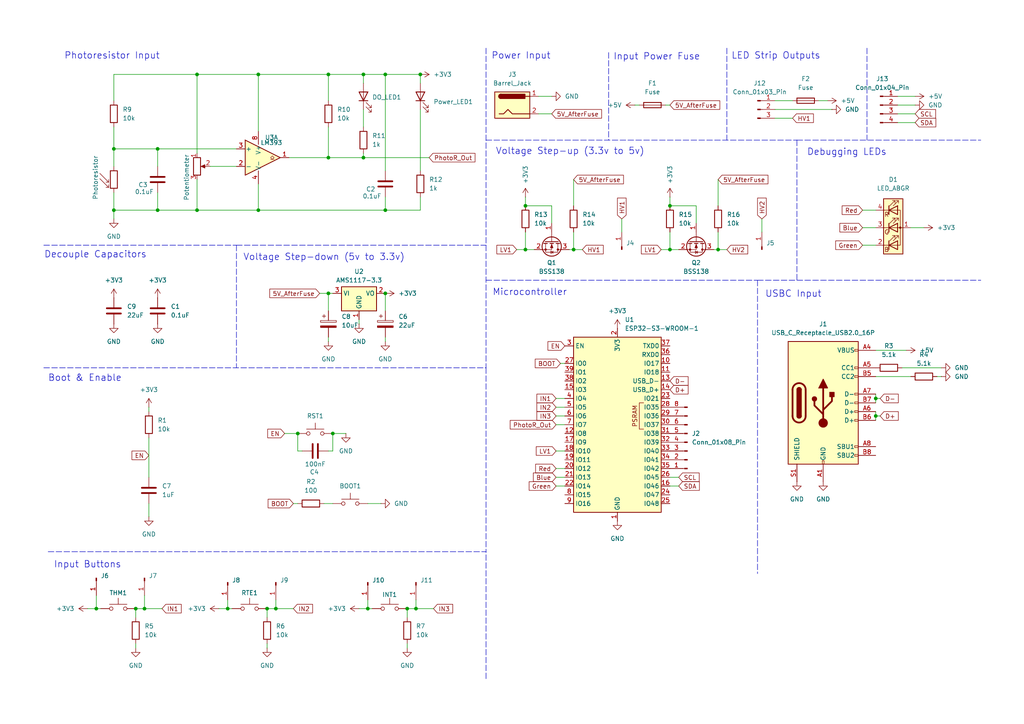
<source format=kicad_sch>
(kicad_sch (version 20250114) (generator "eeschema") (generator_version "9.0")
  (paper "A4")
  (title_block (title "Champaign Bus Tracker PCB") (date "2025-10-02") (rev "0") (company "University of Illinois Urbana-Champaign") (comment 1 "Amber Wilt") (comment 2 "Daniel Vlassov") (comment 3 "Ziad Aldohaim") (comment 4 "2025 Senior Design Project - PCB"))
  (lib_symbols
    (symbol "Comparator:LM393" (pin_names (offset 0.127))
      (property "Reference" "U" (at 3.81 3.81 0))
      (property "Value" "LM393" (at 6.35 -3.81 0))
      (symbol "LM393_1_1"
        (pin input line (at -7.62 2.54 0) (length 2.54) (name "+") (number "3"))
        (pin input line (at -7.62 -2.54 0) (length 2.54) (name "-") (number "2"))
        (pin open_collector line (at 7.62 0 180) (length 2.54) (name "~") (number "1"))
      )
      (symbol "LM393_2_1"
        (pin input line (at -7.62 2.54 0) (length 2.54) (name "+") (number "5"))
        (pin input line (at -7.62 -2.54 0) (length 2.54) (name "-") (number "6"))
        (pin open_collector line (at 7.62 0 180) (length 2.54) (name "~") (number "7"))
      )
      (symbol "LM393_3_1"
        (pin power_in line (at -2.54 7.62 270) (length 3.81) (name "V+") (number "8"))
        (pin power_in line (at -2.54 -7.62 90) (length 3.81) (name "V-") (number "4"))
      )
    )
    (symbol "Connector:Barrel_Jack" (pin_names (offset 1.016))
      (property "Reference" "J" (at 0 5.334 0))
      (property "Value" "Barrel_Jack" (at 0 -5.08 0))
      (symbol "Barrel_Jack_1_1"
        (pin passive line (at 7.62 2.54 180) (length 2.54) (name "~") (number "1"))
        (pin passive line (at 7.62 -2.54 180) (length 2.54) (name "~") (number "2"))
      )
    )
    (symbol "Connector:Conn_01x01_Pin" (pin_names (offset 1.016) (hide yes))
      (property "Reference" "J" (at 0 2.54 0))
      (property "Value" "Conn_01x01_Pin" (at 0 -2.54 0))
      (symbol "Conn_01x01_Pin_1_1"
        (pin passive line (at 5.08 0 180) (length 3.81) (name "Pin_1") (number "1"))
      )
    )
    (symbol "Connector:Conn_01x03_Pin" (pin_names (offset 1.016) (hide yes))
      (property "Reference" "J" (at 0 5.08 0))
      (property "Value" "Conn_01x03_Pin" (at 0 -5.08 0))
      (symbol "Conn_01x03_Pin_1_1"
        (pin passive line (at 5.08 2.54 180) (length 3.81) (name "Pin_1") (number "1"))
        (pin passive line (at 5.08 0 180) (length 3.81) (name "Pin_2") (number "2"))
        (pin passive line (at 5.08 -2.54 180) (length 3.81) (name "Pin_3") (number "3"))
      )
    )
    (symbol "Connector:Conn_01x04_Pin" (pin_names (offset 1.016) (hide yes))
      (property "Reference" "J" (at 0 5.08 0))
      (property "Value" "Conn_01x04_Pin" (at 0 -7.62 0))
      (symbol "Conn_01x04_Pin_1_1"
        (pin passive line (at 5.08 2.54 180) (length 3.81) (name "Pin_1") (number "1"))
        (pin passive line (at 5.08 0 180) (length 3.81) (name "Pin_2") (number "2"))
        (pin passive line (at 5.08 -2.54 180) (length 3.81) (name "Pin_3") (number "3"))
        (pin passive line (at 5.08 -5.08 180) (length 3.81) (name "Pin_4") (number "4"))
      )
    )
    (symbol "Connector:Conn_01x08_Pin" (pin_names (offset 1.016) (hide yes))
      (property "Reference" "J" (at 0 10.16 0))
      (property "Value" "Conn_01x08_Pin" (at 0 -12.7 0))
      (symbol "Conn_01x08_Pin_1_1"
        (pin passive line (at 5.08 7.62 180) (length 3.81) (name "Pin_1") (number "1"))
        (pin passive line (at 5.08 5.08 180) (length 3.81) (name "Pin_2") (number "2"))
        (pin passive line (at 5.08 2.54 180) (length 3.81) (name "Pin_3") (number "3"))
        (pin passive line (at 5.08 0 180) (length 3.81) (name "Pin_4") (number "4"))
        (pin passive line (at 5.08 -2.54 180) (length 3.81) (name "Pin_5") (number "5"))
        (pin passive line (at 5.08 -5.08 180) (length 3.81) (name "Pin_6") (number "6"))
        (pin passive line (at 5.08 -7.62 180) (length 3.81) (name "Pin_7") (number "7"))
        (pin passive line (at 5.08 -10.16 180) (length 3.81) (name "Pin_8") (number "8"))
      )
    )
    (symbol "Connector:USB_C_Receptacle_USB2.0_16P" (pin_names (offset 1.016))
      (property "Reference" "J" (at 0 22.225 0))
      (property "Value" "USB_C_Receptacle_USB2.0_16P" (at 0 19.685 0))
      (symbol "USB_C_Receptacle_USB2.0_16P_1_1"
        (pin passive line (at -7.62 -22.86 90) (length 5.08) (name "SHIELD") (number "S1"))
        (pin passive line (at 0 -22.86 90) (length 5.08) (name "GND") (number "A1"))
        (pin passive line (at 0 -22.86 90) (length 5.08) (hide yes) (name "GND") (number "A12"))
        (pin passive line (at 0 -22.86 90) (length 5.08) (hide yes) (name "GND") (number "B1"))
        (pin passive line (at 0 -22.86 90) (length 5.08) (hide yes) (name "GND") (number "B12"))
        (pin passive line (at 15.24 15.24 180) (length 5.08) (name "VBUS") (number "A4"))
        (pin passive line (at 15.24 15.24 180) (length 5.08) (hide yes) (name "VBUS") (number "A9"))
        (pin passive line (at 15.24 15.24 180) (length 5.08) (hide yes) (name "VBUS") (number "B4"))
        (pin passive line (at 15.24 15.24 180) (length 5.08) (hide yes) (name "VBUS") (number "B9"))
        (pin bidirectional line (at 15.24 10.16 180) (length 5.08) (name "CC1") (number "A5"))
        (pin bidirectional line (at 15.24 7.62 180) (length 5.08) (name "CC2") (number "B5"))
        (pin bidirectional line (at 15.24 2.54 180) (length 5.08) (name "D-") (number "A7"))
        (pin bidirectional line (at 15.24 0 180) (length 5.08) (name "D-") (number "B7"))
        (pin bidirectional line (at 15.24 -2.54 180) (length 5.08) (name "D+") (number "A6"))
        (pin bidirectional line (at 15.24 -5.08 180) (length 5.08) (name "D+") (number "B6"))
        (pin bidirectional line (at 15.24 -12.7 180) (length 5.08) (name "SBU1") (number "A8"))
        (pin bidirectional line (at 15.24 -15.24 180) (length 5.08) (name "SBU2") (number "B8"))
      )
    )
    (symbol "Device:C" (pin_numbers (hide yes)) (pin_names (offset 0.254))
      (property "Reference" "C" (at 0.635 2.54 0))
      (property "Value" "C" (at 0.635 -2.54 0))
      (symbol "C_1_1"
        (pin passive line (at 0 3.81 270) (length 2.794) (name "~") (number "1"))
        (pin passive line (at 0 -3.81 90) (length 2.794) (name "~") (number "2"))
      )
    )
    (symbol "Device:C_Polarized" (pin_numbers (hide yes)) (pin_names (offset 0.254))
      (property "Reference" "C" (at 0.635 2.54 0))
      (property "Value" "C_Polarized" (at 0.635 -2.54 0))
      (symbol "C_Polarized_1_1"
        (pin passive line (at 0 3.81 270) (length 2.794) (name "~") (number "1"))
        (pin passive line (at 0 -3.81 90) (length 2.794) (name "~") (number "2"))
      )
    )
    (symbol "Device:Fuse" (pin_numbers (hide yes)) (pin_names (offset 0))
      (property "Reference" "F" (at 2.032 0 90))
      (property "Value" "Fuse" (at -1.905 0 90))
      (symbol "Fuse_1_1"
        (pin passive line (at 0 3.81 270) (length 1.27) (name "~") (number "1"))
        (pin passive line (at 0 -3.81 90) (length 1.27) (name "~") (number "2"))
      )
    )
    (symbol "Device:LED" (pin_numbers (hide yes)) (pin_names (offset 1.016) (hide yes))
      (property "Reference" "D" (at 0 2.54 0))
      (property "Value" "LED" (at 0 -2.54 0))
      (symbol "LED_1_1"
        (pin passive line (at -3.81 0 0) (length 2.54) (name "K") (number "1"))
        (pin passive line (at 3.81 0 180) (length 2.54) (name "A") (number "2"))
      )
    )
    (symbol "Device:LED_ABGR" (pin_names (offset 0) (hide yes))
      (property "Reference" "D" (at 0 9.398 0))
      (property "Value" "LED_ABGR" (at 0 -8.89 0))
      (symbol "LED_ABGR_0_0"
        (text "R" (at -1.905 3.81 0) (effects (font (size 1.27 1.27))))
        (text "G" (at -1.905 -1.27 0) (effects (font (size 1.27 1.27))))
        (text "B" (at -1.905 -6.35 0) (effects (font (size 1.27 1.27))))
      )
      (symbol "LED_ABGR_1_1"
        (pin passive line (at -5.08 5.08 0) (length 2.54) (name "RK") (number "4"))
        (pin passive line (at -5.08 0 0) (length 2.54) (name "GK") (number "3"))
        (pin passive line (at -5.08 -5.08 0) (length 2.54) (name "BK") (number "2"))
        (pin passive line (at 5.08 0 180) (length 2.54) (name "A") (number "1"))
      )
    )
    (symbol "Device:R" (pin_numbers (hide yes)) (pin_names (offset 0))
      (property "Reference" "R" (at 2.032 0 90))
      (property "Value" "R" (at 0 0 90))
      (symbol "R_1_1"
        (pin passive line (at 0 3.81 270) (length 1.27) (name "~") (number "1"))
        (pin passive line (at 0 -3.81 90) (length 1.27) (name "~") (number "2"))
      )
    )
    (symbol "Device:R_Photo" (pin_numbers (hide yes)) (pin_names (offset 0))
      (property "Reference" "R" (at 1.27 1.27 0))
      (property "Value" "R_Photo" (at 1.27 0 0))
      (symbol "R_Photo_1_1"
        (pin passive line (at 0 3.81 270) (length 1.27) (name "~") (number "1"))
        (pin passive line (at 0 -3.81 90) (length 1.27) (name "~") (number "2"))
      )
    )
    (symbol "Device:R_Potentiometer" (pin_names (offset 1.016) (hide yes))
      (property "Reference" "RV" (at -4.445 0 90))
      (property "Value" "R_Potentiometer" (at -2.54 0 90))
      (symbol "R_Potentiometer_1_1"
        (pin passive line (at 0 3.81 270) (length 1.27) (name "1") (number "1"))
        (pin passive line (at 0 -3.81 90) (length 1.27) (name "3") (number "3"))
        (pin passive line (at 3.81 0 180) (length 1.27) (name "2") (number "2"))
      )
    )
    (symbol "RF_Module:ESP32-S3-WROOM-1"
      (property "Reference" "U" (at -12.7 26.67 0))
      (property "Value" "ESP32-S3-WROOM-1" (at 12.7 26.67 0))
      (symbol "ESP32-S3-WROOM-1_0_0"
        (text "PSRAM" (at 5.08 2.54 900) (effects (font (size 1.27 1.27))))
      )
      (symbol "ESP32-S3-WROOM-1_1_1"
        (pin input line (at -15.24 22.86 0) (length 2.54) (name "EN") (number "3"))
        (pin bidirectional line (at -15.24 17.78 0) (length 2.54) (name "IO0") (number "27"))
        (pin bidirectional line (at -15.24 15.24 0) (length 2.54) (name "IO1") (number "39"))
        (pin bidirectional line (at -15.24 12.7 0) (length 2.54) (name "IO2") (number "38"))
        (pin bidirectional line (at -15.24 10.16 0) (length 2.54) (name "IO3") (number "15"))
        (pin bidirectional line (at -15.24 7.62 0) (length 2.54) (name "IO4") (number "4"))
        (pin bidirectional line (at -15.24 5.08 0) (length 2.54) (name "IO5") (number "5"))
        (pin bidirectional line (at -15.24 2.54 0) (length 2.54) (name "IO6") (number "6"))
        (pin bidirectional line (at -15.24 0 0) (length 2.54) (name "IO7") (number "7"))
        (pin bidirectional line (at -15.24 -2.54 0) (length 2.54) (name "IO8") (number "12"))
        (pin bidirectional line (at -15.24 -5.08 0) (length 2.54) (name "IO9") (number "17"))
        (pin bidirectional line (at -15.24 -7.62 0) (length 2.54) (name "IO10") (number "18"))
        (pin bidirectional line (at -15.24 -10.16 0) (length 2.54) (name "IO11") (number "19"))
        (pin bidirectional line (at -15.24 -12.7 0) (length 2.54) (name "IO12") (number "20"))
        (pin bidirectional line (at -15.24 -15.24 0) (length 2.54) (name "IO13") (number "21"))
        (pin bidirectional line (at -15.24 -17.78 0) (length 2.54) (name "IO14") (number "22"))
        (pin bidirectional line (at -15.24 -20.32 0) (length 2.54) (name "IO15") (number "8"))
        (pin bidirectional line (at -15.24 -22.86 0) (length 2.54) (name "IO16") (number "9"))
        (pin power_in line (at 0 27.94 270) (length 2.54) (name "3V3") (number "2"))
        (pin power_in line (at 0 -27.94 90) (length 2.54) (name "GND") (number "1"))
        (pin passive line (at 0 -27.94 90) (length 2.54) (hide yes) (name "GND") (number "40"))
        (pin passive line (at 0 -27.94 90) (length 2.54) (hide yes) (name "GND") (number "41"))
        (pin bidirectional line (at 15.24 22.86 180) (length 2.54) (name "TXD0") (number "37"))
        (pin bidirectional line (at 15.24 20.32 180) (length 2.54) (name "RXD0") (number "36"))
        (pin bidirectional line (at 15.24 17.78 180) (length 2.54) (name "IO17") (number "10"))
        (pin bidirectional line (at 15.24 15.24 180) (length 2.54) (name "IO18") (number "11"))
        (pin bidirectional line (at 15.24 12.7 180) (length 2.54) (name "USB_D-") (number "13"))
        (pin bidirectional line (at 15.24 10.16 180) (length 2.54) (name "USB_D+") (number "14"))
        (pin bidirectional line (at 15.24 7.62 180) (length 2.54) (name "IO21") (number "23"))
        (pin bidirectional line (at 15.24 5.08 180) (length 2.54) (name "IO35") (number "28"))
        (pin bidirectional line (at 15.24 2.54 180) (length 2.54) (name "IO36") (number "29"))
        (pin bidirectional line (at 15.24 0 180) (length 2.54) (name "IO37") (number "30"))
        (pin bidirectional line (at 15.24 -2.54 180) (length 2.54) (name "IO38") (number "31"))
        (pin bidirectional line (at 15.24 -5.08 180) (length 2.54) (name "IO39") (number "32"))
        (pin bidirectional line (at 15.24 -7.62 180) (length 2.54) (name "IO40") (number "33"))
        (pin bidirectional line (at 15.24 -10.16 180) (length 2.54) (name "IO41") (number "34"))
        (pin bidirectional line (at 15.24 -12.7 180) (length 2.54) (name "IO42") (number "35"))
        (pin bidirectional line (at 15.24 -15.24 180) (length 2.54) (name "IO45") (number "26"))
        (pin bidirectional line (at 15.24 -17.78 180) (length 2.54) (name "IO46") (number "16"))
        (pin bidirectional line (at 15.24 -20.32 180) (length 2.54) (name "IO47") (number "24"))
        (pin bidirectional line (at 15.24 -22.86 180) (length 2.54) (name "IO48") (number "25"))
      )
    )
    (symbol "Regulator_Linear:AMS1117-3.3"
      (property "Reference" "U" (at -3.81 3.175 0))
      (property "Value" "AMS1117-3.3" (at 0 3.175 0))
      (symbol "AMS1117-3.3_1_1"
        (pin power_in line (at -7.62 0 0) (length 2.54) (name "VI") (number "3"))
        (pin power_in line (at 0 -7.62 90) (length 2.54) (name "GND") (number "1"))
        (pin power_out line (at 7.62 0 180) (length 2.54) (name "VO") (number "2"))
      )
    )
    (symbol "Switch:SW_Push" (pin_numbers (hide yes)) (pin_names (offset 1.016) (hide yes))
      (property "Reference" "SW" (at 1.27 2.54 0))
      (property "Value" "SW_Push" (at 0 -1.524 0))
      (symbol "SW_Push_0_1"
        (pin passive line (at -5.08 0 0) (length 2.54) (name "1") (number "1"))
        (pin passive line (at 5.08 0 180) (length 2.54) (name "2") (number "2"))
      )
    )
    (symbol "Transistor_FET:BSS138" (pin_names (offset 0) (hide yes))
      (property "Reference" "Q" (at 5.08 1.905 0))
      (property "Value" "BSS138" (at 5.08 0 0))
      (symbol "BSS138_1_1"
        (pin input line (at -5.08 0 0) (length 2.54) (name "G") (number "1"))
        (pin passive line (at 2.54 5.08 270) (length 2.54) (name "D") (number "3"))
        (pin passive line (at 2.54 -5.08 90) (length 2.54) (name "S") (number "2"))
      )
    )
    (symbol "power:+3V3" (power) (pin_numbers (hide yes)) (pin_names (offset 0) (hide yes))
      (property "Value" "+3V3" (at 0 3.556 0))
      (symbol "+3V3_1_1"
        (pin power_in line (at 0 0 90) (length 0) (name "~") (number "1"))
      )
    )
    (symbol "power:+5V" (power) (pin_numbers (hide yes)) (pin_names (offset 0) (hide yes))
      (property "Value" "+5V" (at 0 3.556 0))
      (symbol "+5V_1_1"
        (pin power_in line (at 0 0 90) (length 0) (name "~") (number "1"))
      )
    )
    (symbol "power:GND" (power) (pin_numbers (hide yes)) (pin_names (offset 0) (hide yes))
      (property "Value" "GND" (at 0 -3.81 0))
      (symbol "GND_1_1"
        (pin power_in line (at 0 0 270) (length 0) (name "~") (number "1"))
      )
    )
  )
  (text "Microcontroller\n" (at 153.67 84.836 0) (effects (font (size 1.905 1.905))))
  (text "Input Power Fuse" (at 190.5 16.51 0) (effects (font (size 1.905 1.905))))
  (text "Input Buttons\n" (at 25.4 163.83 0) (effects (font (size 1.905 1.905))))
  (text "Debugging LEDs\n" (at 245.618 44.196 0) (effects (font (size 1.905 1.905))))
  (text "Power Input\n" (at 151.13 16.256 0) (effects (font (size 1.905 1.905))))
  (text "Voltage Step-down (5v to 3.3v)\n" (at 93.98 74.676 0) (effects (font (size 1.905 1.905))))
  (text "Photoresistor Input\n" (at 32.512 16.256 0) (effects (font (size 1.905 1.905))))
  (text "USBC Input\n" (at 230.124 85.344 0) (effects (font (size 1.905 1.905))))
  (text "Decouple Capacitors\n" (at 27.686 73.914 0) (effects (font (size 1.905 1.905))))
  (text "Voltage Step-up (3.3v to 5v)\n" (at 165.354 43.942 0) (effects (font (size 1.905 1.905))))
  (text "Boot & Enable" (at 24.638 109.728 0) (effects (font (size 1.905 1.905))))
  (text "LED Strip Outputs" (at 225.044 16.256 0) (effects (font (size 1.905 1.905))))
  (junction (at 45.72 60.96))
  (junction (at 74.93 60.96))
  (junction (at 95.25 85.09))
  (junction (at 45.72 43.18))
  (junction (at 111.76 60.96))
  (junction (at 95.25 21.59))
  (junction (at 120.65 176.53))
  (junction (at 77.47 176.53))
  (junction (at 41.91 176.53))
  (junction (at 254 120.65))
  (junction (at 57.15 21.59))
  (junction (at 74.93 21.59))
  (junction (at 121.92 21.59))
  (junction (at 86.36 125.73))
  (junction (at 194.31 72.39))
  (junction (at 152.4 72.39))
  (junction (at 33.02 60.96))
  (junction (at 166.37 72.39))
  (junction (at 111.76 85.09))
  (junction (at 111.76 21.59))
  (junction (at 95.25 45.72))
  (junction (at 118.11 176.53))
  (junction (at 208.28 72.39))
  (junction (at 105.41 45.72))
  (junction (at 106.68 176.53))
  (junction (at 152.4 59.69))
  (junction (at 33.02 43.18))
  (junction (at 57.15 60.96))
  (junction (at 39.37 176.53))
  (junction (at 105.41 21.59))
  (junction (at 66.04 176.53))
  (junction (at 254 115.57))
  (junction (at 96.52 125.73))
  (junction (at 194.31 59.69))
  (junction (at 80.01 176.53))
  (junction (at 27.94 176.53))
  (wire (pts (xy 121.92 24.13) (xy 121.92 21.59)))
  (wire (pts (xy 80.01 176.53) (xy 85.09 176.53)))
  (wire (pts (xy 66.04 173.99) (xy 66.04 176.53)))
  (wire (pts (xy 254 109.22) (xy 264.16 109.22)))
  (wire (pts (xy 184.15 30.48) (xy 185.42 30.48)))
  (wire (pts (xy 57.15 52.07) (xy 57.15 60.96)))
  (wire (pts (xy 27.94 172.72) (xy 27.94 176.53)))
  (wire (pts (xy 86.36 130.81) (xy 87.63 130.81)))
  (polyline (pts (xy 140.97 196.85) (xy 140.97 160.02)) (stroke (width 0) (type dash)))
  (wire (pts (xy 39.37 176.53) (xy 39.37 179.07)))
  (wire (pts (xy 271.78 109.22) (xy 273.05 109.22)))
  (wire (pts (xy 208.28 52.07) (xy 208.28 59.69)))
  (wire (pts (xy 254 115.57) (xy 255.27 115.57)))
  (wire (pts (xy 77.47 176.53) (xy 80.01 176.53)))
  (wire (pts (xy 194.31 140.97) (xy 196.85 140.97)))
  (wire (pts (xy 74.93 60.96) (xy 57.15 60.96)))
  (polyline (pts (xy 231.14 40.64) (xy 231.14 81.28)) (stroke (width 0) (type dash)))
  (wire (pts (xy 41.91 172.72) (xy 41.91 176.53)))
  (wire (pts (xy 43.18 146.05) (xy 43.18 149.86)))
  (wire (pts (xy 260.35 33.02) (xy 265.43 33.02)))
  (wire (pts (xy 193.04 30.48) (xy 194.31 30.48)))
  (polyline (pts (xy 140.97 40.64) (xy 231.14 40.64)) (stroke (width 0) (type dash)))
  (wire (pts (xy 105.41 21.59) (xy 95.25 21.59)))
  (wire (pts (xy 33.02 43.18) (xy 45.72 43.18)))
  (wire (pts (xy 66.04 176.53) (xy 67.31 176.53)))
  (wire (pts (xy 33.02 60.96) (xy 33.02 63.5)))
  (wire (pts (xy 33.02 43.18) (xy 33.02 48.26)))
  (wire (pts (xy 95.25 45.72) (xy 105.41 45.72)))
  (wire (pts (xy 106.68 173.99) (xy 106.68 176.53)))
  (wire (pts (xy 261.62 106.68) (xy 273.05 106.68)))
  (polyline (pts (xy 251.46 13.97) (xy 251.46 40.64)) (stroke (width 0) (type dash)))
  (wire (pts (xy 104.14 176.53) (xy 106.68 176.53)))
  (wire (pts (xy 161.29 135.89) (xy 163.83 135.89)))
  (wire (pts (xy 162.56 105.41) (xy 163.83 105.41)))
  (wire (pts (xy 95.25 130.81) (xy 96.52 130.81)))
  (wire (pts (xy 237.49 29.21) (xy 240.03 29.21)))
  (wire (pts (xy 60.96 48.26) (xy 68.58 48.26)))
  (polyline (pts (xy 219.71 81.28) (xy 284.48 81.28)) (stroke (width 0) (type dash)))
  (wire (pts (xy 156.21 33.02) (xy 160.02 33.02)))
  (wire (pts (xy 254 119.38) (xy 254 120.65)))
  (wire (pts (xy 74.93 21.59) (xy 74.93 38.1)))
  (wire (pts (xy 254 120.65) (xy 254 121.92)))
  (wire (pts (xy 166.37 52.07) (xy 166.37 59.69)))
  (wire (pts (xy 45.72 55.88) (xy 45.72 60.96)))
  (wire (pts (xy 254 114.3) (xy 254 115.57)))
  (wire (pts (xy 254 101.6) (xy 262.89 101.6)))
  (wire (pts (xy 95.25 45.72) (xy 95.25 36.83)))
  (wire (pts (xy 82.55 125.73) (xy 86.36 125.73)))
  (wire (pts (xy 264.16 66.04) (xy 267.97 66.04)))
  (wire (pts (xy 33.02 21.59) (xy 57.15 21.59)))
  (wire (pts (xy 41.91 176.53) (xy 46.99 176.53)))
  (wire (pts (xy 96.52 125.73) (xy 100.33 125.73)))
  (wire (pts (xy 161.29 140.97) (xy 163.83 140.97)))
  (wire (pts (xy 120.65 173.99) (xy 120.65 176.53)))
  (wire (pts (xy 180.34 63.5) (xy 180.34 67.31)))
  (wire (pts (xy 260.35 35.56) (xy 265.43 35.56)))
  (wire (pts (xy 194.31 67.31) (xy 194.31 72.39)))
  (wire (pts (xy 201.93 64.77) (xy 201.93 59.69)))
  (wire (pts (xy 250.19 66.04) (xy 254 66.04)))
  (polyline (pts (xy 140.97 81.28) (xy 219.71 81.28)) (stroke (width 0) (type dash)))
  (wire (pts (xy 254 115.57) (xy 254 116.84)))
  (wire (pts (xy 57.15 21.59) (xy 74.93 21.59)))
  (wire (pts (xy 160.02 64.77) (xy 160.02 59.69)))
  (polyline (pts (xy 12.7 106.68) (xy 140.97 106.68)) (stroke (width 0) (type dash)))
  (wire (pts (xy 92.71 85.09) (xy 95.25 85.09)))
  (wire (pts (xy 152.4 72.39) (xy 154.94 72.39)))
  (wire (pts (xy 250.19 60.96) (xy 254 60.96)))
  (wire (pts (xy 118.11 176.53) (xy 120.65 176.53)))
  (wire (pts (xy 57.15 21.59) (xy 57.15 44.45)))
  (wire (pts (xy 105.41 24.13) (xy 105.41 21.59)))
  (polyline (pts (xy 140.97 106.68) (xy 140.97 160.02)) (stroke (width 0) (type dash)))
  (wire (pts (xy 220.98 63.5) (xy 220.98 67.31)))
  (wire (pts (xy 77.47 176.53) (xy 77.47 179.07)))
  (wire (pts (xy 111.76 60.96) (xy 121.92 60.96)))
  (wire (pts (xy 152.4 57.15) (xy 152.4 59.69)))
  (polyline (pts (xy 12.7 71.12) (xy 68.58 71.12)) (stroke (width 0) (type dash)))
  (polyline (pts (xy 140.97 71.12) (xy 140.97 106.68)) (stroke (width 0) (type dash)))
  (wire (pts (xy 111.76 21.59) (xy 121.92 21.59)))
  (wire (pts (xy 201.93 59.69) (xy 194.31 59.69)))
  (wire (pts (xy 161.29 115.57) (xy 163.83 115.57)))
  (polyline (pts (xy 68.58 71.12) (xy 68.58 106.68)) (stroke (width 0) (type dash)))
  (wire (pts (xy 39.37 176.53) (xy 41.91 176.53)))
  (wire (pts (xy 224.79 34.29) (xy 229.87 34.29)))
  (wire (pts (xy 166.37 67.31) (xy 166.37 72.39)))
  (wire (pts (xy 85.09 146.05) (xy 86.36 146.05)))
  (wire (pts (xy 33.02 36.83) (xy 33.02 43.18)))
  (wire (pts (xy 161.29 130.81) (xy 163.83 130.81)))
  (wire (pts (xy 194.31 138.43) (xy 196.85 138.43)))
  (wire (pts (xy 95.25 85.09) (xy 95.25 90.17)))
  (wire (pts (xy 161.29 123.19) (xy 163.83 123.19)))
  (wire (pts (xy 161.29 138.43) (xy 163.83 138.43)))
  (wire (pts (xy 208.28 72.39) (xy 207.01 72.39)))
  (wire (pts (xy 166.37 72.39) (xy 165.1 72.39)))
  (wire (pts (xy 80.01 173.99) (xy 80.01 176.53)))
  (wire (pts (xy 194.31 72.39) (xy 196.85 72.39)))
  (wire (pts (xy 260.35 30.48) (xy 265.43 30.48)))
  (wire (pts (xy 33.02 60.96) (xy 45.72 60.96)))
  (polyline (pts (xy 176.53 15.24) (xy 176.53 40.64)) (stroke (width 0) (type dash)))
  (wire (pts (xy 95.25 97.79) (xy 95.25 99.06)))
  (wire (pts (xy 45.72 43.18) (xy 68.58 43.18)))
  (wire (pts (xy 224.79 31.75) (xy 241.3 31.75)))
  (wire (pts (xy 224.79 29.21) (xy 229.87 29.21)))
  (wire (pts (xy 120.65 176.53) (xy 125.73 176.53)))
  (wire (pts (xy 86.36 125.73) (xy 86.36 130.81)))
  (wire (pts (xy 105.41 21.59) (xy 111.76 21.59)))
  (wire (pts (xy 152.4 67.31) (xy 152.4 72.39)))
  (wire (pts (xy 43.18 127) (xy 43.18 138.43)))
  (wire (pts (xy 111.76 90.17) (xy 111.76 85.09)))
  (wire (pts (xy 121.92 57.15) (xy 121.92 60.96)))
  (wire (pts (xy 111.76 57.15) (xy 111.76 60.96)))
  (wire (pts (xy 45.72 60.96) (xy 57.15 60.96)))
  (wire (pts (xy 161.29 120.65) (xy 163.83 120.65)))
  (wire (pts (xy 27.94 176.53) (xy 29.21 176.53)))
  (wire (pts (xy 104.14 92.71) (xy 104.14 93.98)))
  (polyline (pts (xy 231.14 40.64) (xy 284.48 40.64)) (stroke (width 0) (type dash)))
  (wire (pts (xy 43.18 118.11) (xy 43.18 119.38)))
  (wire (pts (xy 254 120.65) (xy 255.27 120.65)))
  (wire (pts (xy 194.31 57.15) (xy 194.31 59.69)))
  (wire (pts (xy 208.28 67.31) (xy 208.28 72.39)))
  (wire (pts (xy 106.68 176.53) (xy 107.95 176.53)))
  (wire (pts (xy 121.92 31.75) (xy 121.92 49.53)))
  (wire (pts (xy 191.77 72.39) (xy 194.31 72.39)))
  (polyline (pts (xy 140.97 13.97) (xy 140.97 71.12)) (stroke (width 0) (type dash)))
  (wire (pts (xy 105.41 44.45) (xy 105.41 45.72)))
  (wire (pts (xy 111.76 97.79) (xy 111.76 99.06)))
  (wire (pts (xy 161.29 118.11) (xy 163.83 118.11)))
  (wire (pts (xy 166.37 72.39) (xy 168.91 72.39)))
  (wire (pts (xy 160.02 59.69) (xy 152.4 59.69)))
  (polyline (pts (xy 219.71 81.28) (xy 219.71 166.37)) (stroke (width 0) (type dash)))
  (wire (pts (xy 111.76 21.59) (xy 111.76 49.53)))
  (wire (pts (xy 208.28 72.39) (xy 210.82 72.39)))
  (wire (pts (xy 105.41 31.75) (xy 105.41 36.83)))
  (polyline (pts (xy 210.82 13.97) (xy 210.82 40.64)) (stroke (width 0) (type dash)))
  (wire (pts (xy 105.41 45.72) (xy 124.46 45.72)))
  (wire (pts (xy 260.35 27.94) (xy 265.43 27.94)))
  (wire (pts (xy 45.72 43.18) (xy 45.72 48.26)))
  (wire (pts (xy 74.93 21.59) (xy 95.25 21.59)))
  (wire (pts (xy 33.02 55.88) (xy 33.02 60.96)))
  (wire (pts (xy 250.19 71.12) (xy 254 71.12)))
  (wire (pts (xy 96.52 125.73) (xy 96.52 130.81)))
  (polyline (pts (xy 68.58 71.12) (xy 140.97 71.12)) (stroke (width 0) (type dash)))
  (wire (pts (xy 39.37 186.69) (xy 39.37 187.96)))
  (wire (pts (xy 74.93 53.34) (xy 74.93 60.96)))
  (wire (pts (xy 77.47 186.69) (xy 77.47 187.96)))
  (wire (pts (xy 33.02 29.21) (xy 33.02 21.59)))
  (wire (pts (xy 149.86 72.39) (xy 152.4 72.39)))
  (polyline (pts (xy 13.97 160.02) (xy 140.97 160.02)) (stroke (width 0) (type dash)))
  (wire (pts (xy 118.11 186.69) (xy 118.11 187.96)))
  (wire (pts (xy 118.11 176.53) (xy 118.11 179.07)))
  (wire (pts (xy 106.68 146.05) (xy 110.49 146.05)))
  (wire (pts (xy 95.25 85.09) (xy 96.52 85.09)))
  (wire (pts (xy 25.4 176.53) (xy 27.94 176.53)))
  (wire (pts (xy 95.25 21.59) (xy 95.25 29.21)))
  (wire (pts (xy 74.93 60.96) (xy 111.76 60.96)))
  (wire (pts (xy 93.98 146.05) (xy 96.52 146.05)))
  (wire (pts (xy 63.5 176.53) (xy 66.04 176.53)))
  (wire (pts (xy 83.82 45.72) (xy 95.25 45.72)))
  (wire (pts (xy 156.21 27.94) (xy 160.02 27.94)))
  (global_label "EN" (shape input) (at 163.83 100.33 180) (property "Intersheetrefs" "${INTERSHEET_REFS}" (effects (hide yes))))
  (global_label "5V_AfterFuse" (shape input) (at 92.71 85.09 180) (property "Intersheetrefs" "${INTERSHEET_REFS}" (effects (hide yes))))
  (global_label "IN1" (shape input) (at 161.29 115.57 180) (property "Intersheetrefs" "${INTERSHEET_REFS}" (effects (hide yes))))
  (global_label "BOOT" (shape input) (at 85.09 146.05 180) (property "Intersheetrefs" "${INTERSHEET_REFS}" (effects (hide yes))))
  (global_label "LV1" (shape input) (at 161.29 130.81 180) (property "Intersheetrefs" "${INTERSHEET_REFS}" (effects (hide yes))))
  (global_label "D+" (shape input) (at 255.27 120.65 0) (property "Intersheetrefs" "${INTERSHEET_REFS}" (effects (hide yes))))
  (global_label "D-" (shape input) (at 255.27 115.57 0) (property "Intersheetrefs" "${INTERSHEET_REFS}" (effects (hide yes))))
  (global_label "Blue" (shape input) (at 250.19 66.04 180) (property "Intersheetrefs" "${INTERSHEET_REFS}" (effects (hide yes))))
  (global_label "5V_AfterFuse" (shape input) (at 194.31 30.48 0) (property "Intersheetrefs" "${INTERSHEET_REFS}" (effects (hide yes))))
  (global_label "PhotoR_Out" (shape input) (at 161.29 123.19 180) (property "Intersheetrefs" "${INTERSHEET_REFS}" (effects (hide yes))))
  (global_label "IN2" (shape input) (at 85.09 176.53 0) (property "Intersheetrefs" "${INTERSHEET_REFS}" (effects (hide yes))))
  (global_label "5V_AfterFuse" (shape input) (at 160.02 33.02 0) (property "Intersheetrefs" "${INTERSHEET_REFS}" (effects (hide yes))))
  (global_label "D-" (shape input) (at 194.31 110.49 0) (property "Intersheetrefs" "${INTERSHEET_REFS}" (effects (hide yes))))
  (global_label "HV2" (shape input) (at 220.98 63.5 90) (property "Intersheetrefs" "${INTERSHEET_REFS}" (effects (hide yes))))
  (global_label "PhotoR_Out" (shape input) (at 124.46 45.72 0) (property "Intersheetrefs" "${INTERSHEET_REFS}" (effects (hide yes))))
  (global_label "HV1" (shape input) (at 180.34 63.5 90) (property "Intersheetrefs" "${INTERSHEET_REFS}" (effects (hide yes))))
  (global_label "Red" (shape input) (at 161.29 135.89 180) (property "Intersheetrefs" "${INTERSHEET_REFS}" (effects (hide yes))))
  (global_label "D+" (shape input) (at 194.31 113.03 0) (property "Intersheetrefs" "${INTERSHEET_REFS}" (effects (hide yes))))
  (global_label "HV1" (shape input) (at 229.87 34.29 0) (property "Intersheetrefs" "${INTERSHEET_REFS}" (effects (hide yes))))
  (global_label "EN" (shape input) (at 82.55 125.73 180) (property "Intersheetrefs" "${INTERSHEET_REFS}" (effects (hide yes))))
  (global_label "SCL" (shape input) (at 196.85 138.43 0) (property "Intersheetrefs" "${INTERSHEET_REFS}" (effects (hide yes))))
  (global_label "5V_AfterFuse" (shape input) (at 208.28 52.07 0) (property "Intersheetrefs" "${INTERSHEET_REFS}" (effects (hide yes))))
  (global_label "Green" (shape input) (at 161.29 140.97 180) (property "Intersheetrefs" "${INTERSHEET_REFS}" (effects (hide yes))))
  (global_label "Green" (shape input) (at 250.19 71.12 180) (property "Intersheetrefs" "${INTERSHEET_REFS}" (effects (hide yes))))
  (global_label "LV1" (shape input) (at 149.86 72.39 180) (property "Intersheetrefs" "${INTERSHEET_REFS}" (effects (hide yes))))
  (global_label "HV2" (shape input) (at 210.82 72.39 0) (property "Intersheetrefs" "${INTERSHEET_REFS}" (effects (hide yes))))
  (global_label "IN2" (shape input) (at 161.29 118.11 180) (property "Intersheetrefs" "${INTERSHEET_REFS}" (effects (hide yes))))
  (global_label "Red" (shape input) (at 250.19 60.96 180) (property "Intersheetrefs" "${INTERSHEET_REFS}" (effects (hide yes))))
  (global_label "Blue" (shape input) (at 161.29 138.43 180) (property "Intersheetrefs" "${INTERSHEET_REFS}" (effects (hide yes))))
  (global_label "IN3" (shape input) (at 125.73 176.53 0) (property "Intersheetrefs" "${INTERSHEET_REFS}" (effects (hide yes))))
  (global_label "IN3" (shape input) (at 161.29 120.65 180) (property "Intersheetrefs" "${INTERSHEET_REFS}" (effects (hide yes))))
  (global_label "HV1" (shape input) (at 168.91 72.39 0) (property "Intersheetrefs" "${INTERSHEET_REFS}" (effects (hide yes))))
  (global_label "IN1" (shape input) (at 46.99 176.53 0) (property "Intersheetrefs" "${INTERSHEET_REFS}" (effects (hide yes))))
  (global_label "5V_AfterFuse" (shape input) (at 166.37 52.07 0) (property "Intersheetrefs" "${INTERSHEET_REFS}" (effects (hide yes))))
  (global_label "BOOT" (shape input) (at 162.56 105.41 180) (property "Intersheetrefs" "${INTERSHEET_REFS}" (effects (hide yes))))
  (global_label "EN" (shape input) (at 43.18 132.08 180) (property "Intersheetrefs" "${INTERSHEET_REFS}" (effects (hide yes))))
  (global_label "SDA" (shape input) (at 265.43 35.56 0) (property "Intersheetrefs" "${INTERSHEET_REFS}" (effects (hide yes))))
  (global_label "SDA" (shape input) (at 196.85 140.97 0) (property "Intersheetrefs" "${INTERSHEET_REFS}" (effects (hide yes))))
  (global_label "LV1" (shape input) (at 191.77 72.39 180) (property "Intersheetrefs" "${INTERSHEET_REFS}" (effects (hide yes))))
  (global_label "SCL" (shape input) (at 265.43 33.02 0) (property "Intersheetrefs" "${INTERSHEET_REFS}" (effects (hide yes))))
  (symbol (lib_id "Device:C") (at 45.72 52.07 0) (unit 1)
    (property "Reference" "C3" (at 40.132 53.594 0) (effects (justify left)))
    (property "Value" "0.1uF" (at 39.116 55.626 0) (effects (justify left)))
    (property "Footprint" "Capacitor_SMD:C_0805_2012Metric" (effects (hide yes)))
    (property "Description" "Unpolarized capacitor" (effects (hide yes)))
  )
  (symbol (lib_id "Connector:Conn_01x04_Pin") (at 255.27 30.48 0) (unit 1)
    (property "Reference" "J13" (at 255.905 22.86 0))
    (property "Value" "Conn_01x04_Pin" (at 255.905 25.4 0))
    (property "Footprint" "Connector_PinHeader_2.54mm:PinHeader_1x39_P2.54mm_Vertical" (effects (hide yes)))
    (property "Description" "Generic connector, single row, 01x04, script generated" (effects (hide yes)))
  )
  (symbol (lib_id "Device:R_Photo") (at 33.02 52.07 0) (unit 1)
    (property "Reference" "R8" (effects (hide yes)))
    (property "Value" "Photoresistor" (at 27.686 57.912 90) (effects (justify left)))
    (property "Footprint" "Connector_Molex:Molex_KK-254_AE-6410-02A_1x02_P2.54mm_Vertical" (effects (hide yes)))
    (property "Description" "Photoresistor" (effects (hide yes)))
  )
  (symbol (lib_id "Switch:SW_Push") (at 101.6 146.05 0) (unit 1)
    (property "Reference" "BOOT1" (at 101.6 140.97 0))
    (property "Value" "SW_Push" (effects (hide yes)))
    (property "Footprint" "Button_Switch_THT:SW_PUSH_6mm" (effects (hide yes)))
    (property "Description" "Push button switch, generic, two pins" (effects (hide yes)))
  )
  (symbol (lib_id "Connector:Conn_01x03_Pin") (at 219.71 31.75 0) (unit 1)
    (property "Reference" "J12" (at 220.345 24.13 0))
    (property "Value" "Conn_01x03_Pin" (at 220.345 26.67 0))
    (property "Footprint" "Connector_PinHeader_2.54mm:PinHeader_1x39_P2.54mm_Vertical" (effects (hide yes)))
    (property "Description" "Generic connector, single row, 01x03, script generated" (effects (hide yes)))
  )
  (symbol (lib_id "power:+5V") (at 240.03 29.21 270) (unit 1)
    (property "Reference" "#PWR04" (effects (hide yes)))
    (property "Value" "+5V" (at 243.84 29.2099 90) (effects (justify left)))
    (property "Description" "Power symbol creates a global label with name \"+5V\"" (effects (hide yes)))
  )
  (symbol (lib_id "power:GND") (at 238.76 139.7 0) (unit 1)
    (property "Reference" "#PWR018" (effects (hide yes)))
    (property "Value" "GND" (at 238.76 144.78 0))
    (property "Description" "Power symbol creates a global label with name \"GND\" , ground" (effects (hide yes)))
  )
  (symbol (lib_id "Device:R") (at 39.37 182.88 0) (unit 1)
    (property "Reference" "R5" (at 41.91 181.6099 0) (effects (justify left)))
    (property "Value" "10k" (at 41.91 184.1499 0) (effects (justify left)))
    (property "Footprint" "Resistor_SMD:R_0805_2012Metric" (effects (hide yes)))
    (property "Description" "Resistor" (effects (hide yes)))
  )
  (symbol (lib_id "Device:LED") (at 121.92 27.94 90) (unit 1)
    (property "Reference" "Power_LED1" (at 125.73 29.5274 90) (effects (justify right)))
    (property "Value" "LED" (effects (hide yes)))
    (property "Footprint" "Connector_Molex:Molex_KK-254_AE-6410-02A_1x02_P2.54mm_Vertical" (effects (hide yes)))
    (property "Description" "Light emitting diode" (effects (hide yes)))
    (property "Sim.Pins" "1=K 2=A" (effects (hide yes)))
  )
  (symbol (lib_id "Device:C") (at 45.72 90.17 0) (unit 1)
    (property "Reference" "C1" (at 49.53 88.8999 0) (effects (justify left)))
    (property "Value" "0.1uF" (at 49.53 91.4399 0) (effects (justify left)))
    (property "Footprint" "Capacitor_SMD:C_0805_2012Metric" (effects (hide yes)))
    (property "Description" "Unpolarized capacitor" (effects (hide yes)))
  )
  (symbol (lib_id "Connector:Conn_01x01_Pin") (at 27.94 167.64 270) (unit 1)
    (property "Reference" "J6" (at 29.21 167.0049 90) (effects (justify left)))
    (property "Value" "Conn_01x01_Pin" (effects (hide yes)))
    (property "Footprint" "Connector_PinHeader_2.54mm:PinHeader_1x39_P2.54mm_Vertical" (effects (hide yes)))
    (property "Description" "Generic connector, single row, 01x01, script generated" (effects (hide yes)))
  )
  (symbol (lib_id "power:GND") (at 265.43 30.48 90) (unit 1)
    (property "Reference" "#PWR034" (effects (hide yes)))
    (property "Value" "GND" (at 269.24 30.4799 90) (effects (justify right)))
    (property "Description" "Power symbol creates a global label with name \"GND\" , ground" (effects (hide yes)))
  )
  (symbol (lib_id "Connector:Barrel_Jack") (at 148.59 30.48 0) (unit 1)
    (property "Reference" "J3" (at 148.59 21.59 0))
    (property "Value" "Barrel_Jack" (at 148.59 24.13 0))
    (property "Footprint" "PJ-080BH:CUI_PJ-080BH" (effects (hide yes)))
    (property "Description" "DC Barrel Jack" (effects (hide yes)))
  )
  (symbol (lib_id "power:GND") (at 111.76 99.06 0) (unit 1)
    (property "Reference" "#PWR07" (effects (hide yes)))
    (property "Value" "GND" (at 111.76 104.14 0))
    (property "Description" "Power symbol creates a global label with name \"GND\" , ground" (effects (hide yes)))
  )
  (symbol (lib_id "Device:R") (at 121.92 53.34 0) (unit 1)
    (property "Reference" "R12" (at 124.46 52.0699 0) (effects (justify left)))
    (property "Value" "1k" (at 124.46 54.6099 0) (effects (justify left)))
    (property "Footprint" "Resistor_SMD:R_0805_2012Metric" (effects (hide yes)))
    (property "Description" "Resistor" (effects (hide yes)))
  )
  (symbol (lib_id "power:+5V") (at 262.89 101.6 270) (unit 1)
    (property "Reference" "#PWR020" (effects (hide yes)))
    (property "Value" "+5V" (at 266.7 101.5999 90) (effects (justify left)))
    (property "Description" "Power symbol creates a global label with name \"+5V\"" (effects (hide yes)))
  )
  (symbol (lib_id "power:GND") (at 45.72 93.98 0) (unit 1)
    (property "Reference" "#PWR011" (effects (hide yes)))
    (property "Value" "GND" (at 45.72 99.06 0))
    (property "Description" "Power symbol creates a global label with name \"GND\" , ground" (effects (hide yes)))
  )
  (symbol (lib_id "Device:R") (at 77.47 182.88 0) (unit 1)
    (property "Reference" "R6" (at 80.01 181.6099 0) (effects (justify left)))
    (property "Value" "10k" (at 80.01 184.1499 0) (effects (justify left)))
    (property "Footprint" "Resistor_SMD:R_0805_2012Metric" (effects (hide yes)))
    (property "Description" "Resistor" (effects (hide yes)))
  )
  (symbol (lib_id "Comparator:LM393") (at 77.47 45.72 0) (unit 3)
    (property "Reference" "U3" (effects (hide yes)))
    (property "Value" "LM393" (effects (hide yes)))
    (property "Footprint" "Package_DIP:DIP-8_W7.62mm_Socket" (effects (hide yes)))
    (property "Datasheet" "http://www.ti.com/lit/ds/symlink/lm393.pdf" (effects (hide yes)))
    (property "Description" "Low-Power, Low-Offset Voltage, Dual Comparators, DIP-8/SOIC-8/TO-99-8" (effects (hide yes)))
  )
  (symbol (lib_id "Connector:Conn_01x01_Pin") (at 220.98 72.39 90) (unit 1)
    (property "Reference" "J5" (at 222.25 70.4849 90) (effects (justify right)))
    (property "Value" "Conn_01x01_Pin" (effects (hide yes)))
    (property "Footprint" "Connector_PinHeader_2.54mm:PinHeader_1x39_P2.54mm_Vertical" (effects (hide yes)))
    (property "Description" "Generic connector, single row, 01x01, script generated" (effects (hide yes)))
  )
  (symbol (lib_id "Device:C") (at 91.44 130.81 90) (unit 1)
    (property "Reference" "C4" (at 91.186 136.906 90))
    (property "Value" "100nF" (at 91.44 134.62 90))
    (property "Footprint" "Capacitor_SMD:C_0805_2012Metric" (effects (hide yes)))
    (property "Description" "Unpolarized capacitor" (effects (hide yes)))
  )
  (symbol (lib_id "Device:R") (at 152.4 63.5 0) (unit 1)
    (property "Reference" "R13" (at 154.94 62.2299 0) (effects (justify left)))
    (property "Value" "10k" (at 154.94 64.7699 0) (effects (justify left)))
    (property "Footprint" "Resistor_SMD:R_0805_2012Metric" (effects (hide yes)))
    (property "Description" "Resistor" (effects (hide yes)))
  )
  (symbol (lib_id "Device:C_Polarized") (at 95.25 93.98 0) (unit 1)
    (property "Reference" "C8" (at 99.06 91.8209 0) (effects (justify left)))
    (property "Value" "10uF" (at 99.06 94.3609 0) (effects (justify left)))
    (property "Footprint" "Capacitor_SMD:C_1206_3216Metric" (effects (hide yes)))
    (property "Description" "Polarized capacitor" (effects (hide yes)))
  )
  (symbol (lib_id "Connector:Conn_01x01_Pin") (at 66.04 168.91 270) (unit 1)
    (property "Reference" "J8" (at 67.31 168.2749 90) (effects (justify left)))
    (property "Value" "Conn_01x01_Pin" (effects (hide yes)))
    (property "Footprint" "Connector_PinHeader_2.54mm:PinHeader_1x39_P2.54mm_Vertical" (effects (hide yes)))
    (property "Description" "Generic connector, single row, 01x01, script generated" (effects (hide yes)))
  )
  (symbol (lib_id "RF_Module:ESP32-S3-WROOM-1") (at 179.07 123.19 0) (unit 1)
    (property "Reference" "U1" (at 181.2133 92.71 0) (effects (justify left)))
    (property "Value" "ESP32-S3-WROOM-1" (at 181.2133 95.25 0) (effects (justify left)))
    (property "Footprint" "RF_Module:ESP32-S3-WROOM-1" (effects (hide yes)))
    (property "Datasheet" "https://www.espressif.com/sites/default/files/documentation/esp32-s3-wroom-1_wroom-1u_datasheet_en.pdf" (effects (hide yes)))
    (property "Description" "RF Module, ESP32-S3 SoC, Wi-Fi 802.11b/g/n, Bluetooth, BLE, 32-bit, 3.3V, onboard antenna, SMD" (effects (hide yes)))
  )
  (symbol (lib_id "Switch:SW_Push") (at 113.03 176.53 0) (unit 1)
    (property "Reference" "INT1" (at 113.03 172.466 0))
    (property "Value" "SW_Push" (effects (hide yes)))
    (property "Footprint" "Button_Switch_THT:SW_PUSH_6mm" (effects (hide yes)))
    (property "Description" "Push button switch, generic, two pins" (effects (hide yes)))
  )
  (symbol (lib_id "power:GND") (at 231.14 139.7 0) (unit 1)
    (property "Reference" "#PWR019" (effects (hide yes)))
    (property "Value" "GND" (at 231.14 144.78 0))
    (property "Description" "Power symbol creates a global label with name \"GND\" , ground" (effects (hide yes)))
  )
  (symbol (lib_id "Device:R") (at 95.25 33.02 0) (unit 1)
    (property "Reference" "R10" (at 97.79 31.7499 0) (effects (justify left)))
    (property "Value" "10k" (at 97.79 34.2899 0) (effects (justify left)))
    (property "Footprint" "Resistor_SMD:R_0805_2012Metric" (effects (hide yes)))
    (property "Description" "Resistor" (effects (hide yes)))
  )
  (symbol (lib_id "Device:R") (at 118.11 182.88 0) (unit 1)
    (property "Reference" "R7" (at 120.65 181.6099 0) (effects (justify left)))
    (property "Value" "10k" (at 120.65 184.1499 0) (effects (justify left)))
    (property "Footprint" "Resistor_SMD:R_0805_2012Metric" (effects (hide yes)))
    (property "Description" "Resistor" (effects (hide yes)))
  )
  (symbol (lib_id "Switch:SW_Push") (at 72.39 176.53 0) (unit 1)
    (property "Reference" "RTE1" (at 72.39 171.958 0))
    (property "Value" "SW_Push" (effects (hide yes)))
    (property "Footprint" "Button_Switch_THT:SW_PUSH_6mm" (effects (hide yes)))
    (property "Description" "Push button switch, generic, two pins" (effects (hide yes)))
  )
  (symbol (lib_id "Device:LED") (at 105.41 27.94 90) (unit 1)
    (property "Reference" "DO_LED1" (at 107.95 28.194 90) (effects (justify right)))
    (property "Value" "LED" (effects (hide yes)))
    (property "Footprint" "Connector_Molex:Molex_KK-254_AE-6410-02A_1x02_P2.54mm_Vertical" (effects (hide yes)))
    (property "Description" "Light emitting diode" (effects (hide yes)))
    (property "Sim.Pins" "1=K 2=A" (effects (hide yes)))
  )
  (symbol (lib_id "power:GND") (at 33.02 63.5 0) (unit 1)
    (property "Reference" "#PWR027" (effects (hide yes)))
    (property "Value" "GND" (at 33.02 68.58 0))
    (property "Description" "Power symbol creates a global label with name \"GND\" , ground" (effects (hide yes)))
  )
  (symbol (lib_id "power:+3V3") (at 111.76 85.09 270) (unit 1)
    (property "Reference" "#PWR03" (effects (hide yes)))
    (property "Value" "+3V3" (at 115.57 85.0899 90) (effects (justify left)))
    (property "Description" "Power symbol creates a global label with name \"+3V3\"" (effects (hide yes)))
  )
  (symbol (lib_id "power:+3V3") (at 63.5 176.53 90) (unit 1)
    (property "Reference" "#PWR023" (effects (hide yes)))
    (property "Value" "+3V3" (at 59.69 176.5299 90) (effects (justify left)))
    (property "Description" "Power symbol creates a global label with name \"+3V3\"" (effects (hide yes)))
  )
  (symbol (lib_id "Device:R") (at 194.31 63.5 0) (unit 1)
    (property "Reference" "R15" (at 196.85 62.2299 0) (effects (justify left)))
    (property "Value" "10k" (at 196.85 64.7699 0) (effects (justify left)))
    (property "Footprint" "Resistor_SMD:R_0805_2012Metric" (effects (hide yes)))
    (property "Description" "Resistor" (effects (hide yes)))
  )
  (symbol (lib_id "power:GND") (at 118.11 187.96 0) (unit 1)
    (property "Reference" "#PWR026" (effects (hide yes)))
    (property "Value" "GND" (at 118.11 193.04 0))
    (property "Description" "Power symbol creates a global label with name \"GND\" , ground" (effects (hide yes)))
  )
  (symbol (lib_id "power:+3V3") (at 43.18 118.11 0) (unit 1)
    (property "Reference" "#PWR012" (effects (hide yes)))
    (property "Value" "+3V3" (at 43.18 113.03 0))
    (property "Description" "Power symbol creates a global label with name \"+3V3\"" (effects (hide yes)))
  )
  (symbol (lib_id "Device:R") (at 267.97 109.22 90) (unit 1)
    (property "Reference" "R4" (at 267.97 102.87 90))
    (property "Value" "5.1k" (at 267.97 105.41 90))
    (property "Footprint" "Resistor_SMD:R_0805_2012Metric" (effects (hide yes)))
    (property "Description" "Resistor" (effects (hide yes)))
  )
  (symbol (lib_id "power:+5V") (at 184.15 30.48 90) (unit 1)
    (property "Reference" "#PWR036" (effects (hide yes)))
    (property "Value" "+5V" (at 180.34 30.4799 90) (effects (justify left)))
    (property "Description" "Power symbol creates a global label with name \"+5V\"" (effects (hide yes)))
  )
  (symbol (lib_id "Comparator:LM393") (at 76.2 45.72 0) (unit 1)
    (property "Reference" "U3" (at 78.74 39.878 0))
    (property "Value" "LM393" (at 78.74 41.402 0))
    (property "Footprint" "Package_DIP:DIP-8_W7.62mm_Socket" (effects (hide yes)))
    (property "Datasheet" "http://www.ti.com/lit/ds/symlink/lm393.pdf" (effects (hide yes)))
    (property "Description" "Low-Power, Low-Offset Voltage, Dual Comparators, DIP-8/SOIC-8/TO-99-8" (effects (hide yes)))
  )
  (symbol (lib_id "Connector:Conn_01x01_Pin") (at 80.01 168.91 270) (unit 1)
    (property "Reference" "J9" (at 81.28 168.2749 90) (effects (justify left)))
    (property "Value" "Conn_01x01_Pin" (effects (hide yes)))
    (property "Footprint" "Connector_PinHeader_2.54mm:PinHeader_1x39_P2.54mm_Vertical" (effects (hide yes)))
    (property "Description" "Generic connector, single row, 01x01, script generated" (effects (hide yes)))
  )
  (symbol (lib_id "Device:Fuse") (at 233.68 29.21 90) (unit 1)
    (property "Reference" "F2" (at 233.68 22.86 90))
    (property "Value" "Fuse" (at 233.68 25.4 90))
    (property "Footprint" "Fuse:Fuse_2920_7451Metric" (effects (hide yes)))
    (property "Description" "Fuse" (effects (hide yes)))
  )
  (symbol (lib_id "power:GND") (at 273.05 106.68 90) (unit 1)
    (property "Reference" "#PWR016" (effects (hide yes)))
    (property "Value" "GND" (at 276.86 106.6799 90) (effects (justify right)))
    (property "Description" "Power symbol creates a global label with name \"GND\" , ground" (effects (hide yes)))
  )
  (symbol (lib_id "Regulator_Linear:AMS1117-3.3") (at 104.14 85.09 0) (unit 1)
    (property "Reference" "U2" (at 104.14 78.74 0))
    (property "Value" "AMS1117-3.3" (at 104.14 81.28 0))
    (property "Footprint" "Package_TO_SOT_SMD:SOT-223-3_TabPin2" (effects (hide yes)))
    (property "Datasheet" "http://www.advanced-monolithic.com/pdf/ds1117.pdf" (effects (hide yes)))
    (property "Description" "1A Low Dropout regulator, positive, 3.3V fixed output, SOT-223" (effects (hide yes)))
  )
  (symbol (lib_id "Device:R") (at 166.37 63.5 0) (unit 1)
    (property "Reference" "R14" (at 168.91 62.2299 0) (effects (justify left)))
    (property "Value" "10k" (at 168.91 64.7699 0) (effects (justify left)))
    (property "Footprint" "Resistor_SMD:R_0805_2012Metric" (effects (hide yes)))
    (property "Description" "Resistor" (effects (hide yes)))
  )
  (symbol (lib_id "power:+3V3") (at 104.14 176.53 90) (unit 1)
    (property "Reference" "#PWR025" (effects (hide yes)))
    (property "Value" "+3V3" (at 100.33 176.5299 90) (effects (justify left)))
    (property "Description" "Power symbol creates a global label with name \"+3V3\"" (effects (hide yes)))
  )
  (symbol (lib_id "Device:R") (at 105.41 40.64 0) (unit 1)
    (property "Reference" "R11" (at 107.95 39.3699 0) (effects (justify left)))
    (property "Value" "1k" (at 107.95 41.9099 0) (effects (justify left)))
    (property "Footprint" "Resistor_SMD:R_0805_2012Metric" (effects (hide yes)))
    (property "Description" "Resistor" (effects (hide yes)))
  )
  (symbol (lib_id "Device:LED_ABGR") (at 259.08 66.04 0) (unit 1)
    (property "Reference" "D1" (at 259.08 52.07 0))
    (property "Value" "LED_ABGR" (at 259.08 54.61 0))
    (property "Footprint" "LED_THT:LED_D5.0mm-4_RGB" (effects (hide yes)))
    (property "Description" "RGB LED, anode/blue/green/red" (effects (hide yes)))
  )
  (symbol (lib_id "Device:C_Polarized") (at 111.76 93.98 0) (unit 1)
    (property "Reference" "C6" (at 115.57 91.8209 0) (effects (justify left)))
    (property "Value" "22uF" (at 115.57 94.3609 0) (effects (justify left)))
    (property "Footprint" "Capacitor_SMD:C_0805_2012Metric" (effects (hide yes)))
    (property "Description" "Polarized capacitor" (effects (hide yes)))
  )
  (symbol (lib_id "Connector:Conn_01x01_Pin") (at 120.65 168.91 270) (unit 1)
    (property "Reference" "J11" (at 121.92 168.2749 90) (effects (justify left)))
    (property "Value" "Conn_01x01_Pin" (effects (hide yes)))
    (property "Footprint" "Connector_PinHeader_2.54mm:PinHeader_1x39_P2.54mm_Vertical" (effects (hide yes)))
    (property "Description" "Generic connector, single row, 01x01, script generated" (effects (hide yes)))
  )
  (symbol (lib_id "power:GND") (at 77.47 187.96 0) (unit 1)
    (property "Reference" "#PWR024" (effects (hide yes)))
    (property "Value" "GND" (at 77.47 193.04 0))
    (property "Description" "Power symbol creates a global label with name \"GND\" , ground" (effects (hide yes)))
  )
  (symbol (lib_id "power:+3V3") (at 45.72 86.36 0) (unit 1)
    (property "Reference" "#PWR010" (effects (hide yes)))
    (property "Value" "+3V3" (at 45.72 81.28 0))
    (property "Description" "Power symbol creates a global label with name \"+3V3\"" (effects (hide yes)))
  )
  (symbol (lib_id "power:GND") (at 273.05 109.22 90) (unit 1)
    (property "Reference" "#PWR017" (effects (hide yes)))
    (property "Value" "GND" (at 276.86 109.2199 90) (effects (justify right)))
    (property "Description" "Power symbol creates a global label with name \"GND\" , ground" (effects (hide yes)))
  )
  (symbol (lib_id "power:GND") (at 160.02 27.94 90) (unit 1)
    (property "Reference" "#PWR030" (effects (hide yes)))
    (property "Value" "GND" (at 163.83 27.9399 90) (effects (justify right)))
    (property "Description" "Power symbol creates a global label with name \"GND\" , ground" (effects (hide yes)))
  )
  (symbol (lib_id "Device:C") (at 33.02 90.17 0) (unit 1)
    (property "Reference" "C9" (at 36.83 88.8999 0) (effects (justify left)))
    (property "Value" "22uF" (at 36.83 91.4399 0) (effects (justify left)))
    (property "Footprint" "Capacitor_SMD:C_0805_2012Metric" (effects (hide yes)))
    (property "Description" "Unpolarized capacitor" (effects (hide yes)))
  )
  (symbol (lib_id "power:GND") (at 179.07 151.13 0) (unit 1)
    (property "Reference" "#PWR02" (effects (hide yes)))
    (property "Value" "GND" (at 179.07 156.21 0))
    (property "Description" "Power symbol creates a global label with name \"GND\" , ground" (effects (hide yes)))
  )
  (symbol (lib_id "Switch:SW_Push") (at 34.29 176.53 0) (unit 1)
    (property "Reference" "THM1" (at 34.29 171.958 0))
    (property "Value" "SW_Push" (effects (hide yes)))
    (property "Footprint" "Button_Switch_THT:SW_PUSH_6mm" (effects (hide yes)))
    (property "Description" "Push button switch, generic, two pins" (effects (hide yes)))
  )
  (symbol (lib_id "Connector:Conn_01x01_Pin") (at 180.34 72.39 90) (unit 1)
    (property "Reference" "J4" (at 181.61 70.4849 90) (effects (justify right)))
    (property "Value" "Conn_01x01_Pin" (effects (hide yes)))
    (property "Footprint" "Connector_PinHeader_2.54mm:PinHeader_1x39_P2.54mm_Vertical" (effects (hide yes)))
    (property "Description" "Generic connector, single row, 01x01, script generated" (effects (hide yes)))
  )
  (symbol (lib_id "power:GND") (at 33.02 93.98 0) (unit 1)
    (property "Reference" "#PWR08" (effects (hide yes)))
    (property "Value" "GND" (at 33.02 99.06 0))
    (property "Description" "Power symbol creates a global label with name \"GND\" , ground" (effects (hide yes)))
  )
  (symbol (lib_id "power:GND") (at 241.3 31.75 90) (unit 1)
    (property "Reference" "#PWR029" (effects (hide yes)))
    (property "Value" "GND" (at 245.11 31.7499 90) (effects (justify right)))
    (property "Description" "Power symbol creates a global label with name \"GND\" , ground" (effects (hide yes)))
  )
  (symbol (lib_id "power:+3V3") (at 267.97 66.04 270) (unit 1)
    (property "Reference" "#PWR035" (effects (hide yes)))
    (property "Value" "+3V3" (at 271.78 66.0399 90) (effects (justify left)))
    (property "Description" "Power symbol creates a global label with name \"+3V3\"" (effects (hide yes)))
  )
  (symbol (lib_id "power:+3V3") (at 179.07 95.25 0) (unit 1)
    (property "Reference" "#PWR01" (effects (hide yes)))
    (property "Value" "+3V3" (at 179.07 90.17 0))
    (property "Description" "Power symbol creates a global label with name \"+3V3\"" (effects (hide yes)))
  )
  (symbol (lib_id "power:GND") (at 95.25 99.06 0) (unit 1)
    (property "Reference" "#PWR06" (effects (hide yes)))
    (property "Value" "GND" (at 95.25 104.14 0))
    (property "Description" "Power symbol creates a global label with name \"GND\" , ground" (effects (hide yes)))
  )
  (symbol (lib_id "power:+3V3") (at 121.92 21.59 270) (unit 1)
    (property "Reference" "#PWR028" (effects (hide yes)))
    (property "Value" "+3V3" (at 125.73 21.5899 90) (effects (justify left)))
    (property "Description" "Power symbol creates a global label with name \"+3V3\"" (effects (hide yes)))
  )
  (symbol (lib_id "power:GND") (at 39.37 187.96 0) (unit 1)
    (property "Reference" "#PWR022" (effects (hide yes)))
    (property "Value" "GND" (at 39.37 193.04 0))
    (property "Description" "Power symbol creates a global label with name \"GND\" , ground" (effects (hide yes)))
  )
  (symbol (lib_id "power:+3V3") (at 152.4 57.15 0) (unit 1)
    (property "Reference" "#PWR031" (effects (hide yes)))
    (property "Value" "+3V3" (at 152.3999 53.34 90) (effects (justify left)))
    (property "Description" "Power symbol creates a global label with name \"+3V3\"" (effects (hide yes)))
  )
  (symbol (lib_id "Connector:Conn_01x08_Pin") (at 199.39 128.27 180) (unit 1)
    (property "Reference" "J2" (at 200.66 125.7299 0) (effects (justify right)))
    (property "Value" "Conn_01x08_Pin" (at 200.66 128.2699 0) (effects (justify right)))
    (property "Footprint" "Connector_PinHeader_2.54mm:PinHeader_1x39_P2.54mm_Vertical" (effects (hide yes)))
    (property "Description" "Generic connector, single row, 01x08, script generated" (effects (hide yes)))
  )
  (symbol (lib_id "power:GND") (at 43.18 149.86 0) (unit 1)
    (property "Reference" "#PWR013" (effects (hide yes)))
    (property "Value" "GND" (at 43.18 154.94 0))
    (property "Description" "Power symbol creates a global label with name \"GND\" , ground" (effects (hide yes)))
  )
  (symbol (lib_id "Connector:USB_C_Receptacle_USB2.0_16P") (at 238.76 116.84 0) (unit 1)
    (property "Reference" "J1" (at 238.76 93.98 0))
    (property "Value" "USB_C_Receptacle_USB2.0_16P" (at 238.76 96.52 0))
    (property "Footprint" "KiCad:USB421603A" (effects (hide yes)))
    (property "Datasheet" "https://www.usb.org/sites/default/files/documents/usb_type-c.zip" (effects (hide yes)))
    (property "Description" "USB 2.0-only 16P Type-C Receptacle connector" (effects (hide yes)))
  )
  (symbol (lib_id "Device:R") (at 33.02 33.02 0) (unit 1)
    (property "Reference" "R9" (at 35.56 31.7499 0) (effects (justify left)))
    (property "Value" "10k" (at 35.56 34.2899 0) (effects (justify left)))
    (property "Footprint" "Resistor_SMD:R_0805_2012Metric" (effects (hide yes)))
    (property "Description" "Resistor" (effects (hide yes)))
  )
  (symbol (lib_id "Device:C") (at 43.18 142.24 0) (unit 1)
    (property "Reference" "C7" (at 46.99 140.9699 0) (effects (justify left)))
    (property "Value" "1uF" (at 46.99 143.5099 0) (effects (justify left)))
    (property "Footprint" "Capacitor_SMD:C_0805_2012Metric" (effects (hide yes)))
    (property "Description" "Unpolarized capacitor" (effects (hide yes)))
  )
  (symbol (lib_id "Transistor_FET:BSS138") (at 201.93 69.85 270) (unit 1)
    (property "Reference" "Q2" (at 201.93 76.2 90))
    (property "Value" "BSS138" (at 201.93 78.74 90))
    (property "Footprint" "Package_TO_SOT_SMD:SOT-23" (effects (hide yes)))
    (property "Datasheet" "https://www.onsemi.com/pub/Collateral/BSS138-D.PDF" (effects (hide yes)))
    (property "Description" "50V Vds, 0.22A Id, N-Channel MOSFET, SOT-23" (effects (hide yes)))
  )
  (symbol (lib_id "Device:R") (at 90.17 146.05 90) (unit 1)
    (property "Reference" "R2" (at 90.17 139.7 90))
    (property "Value" "100" (at 90.17 142.24 90))
    (property "Footprint" "Resistor_SMD:R_0805_2012Metric" (effects (hide yes)))
    (property "Description" "Resistor" (effects (hide yes)))
  )
  (symbol (lib_id "Device:R_Potentiometer") (at 57.15 48.26 0) (unit 1) (on_board no)
    (property "Reference" "RV1" (effects (hide yes)))
    (property "Value" "Potentiometer" (at 54.102 44.704 90) (effects (justify right)))
    (property "Description" "Potentiometer" (effects (hide yes)))
  )
  (symbol (lib_id "power:+3V3") (at 33.02 86.36 0) (unit 1)
    (property "Reference" "#PWR09" (effects (hide yes)))
    (property "Value" "+3V3" (at 33.02 81.28 0))
    (property "Description" "Power symbol creates a global label with name \"+3V3\"" (effects (hide yes)))
  )
  (symbol (lib_id "power:+3V3") (at 25.4 176.53 90) (unit 1)
    (property "Reference" "#PWR021" (effects (hide yes)))
    (property "Value" "+3V3" (at 21.59 176.5299 90) (effects (justify left)))
    (property "Description" "Power symbol creates a global label with name \"+3V3\"" (effects (hide yes)))
  )
  (symbol (lib_id "Connector:Conn_01x01_Pin") (at 106.68 168.91 270) (unit 1)
    (property "Reference" "J10" (at 107.95 168.2749 90) (effects (justify left)))
    (property "Value" "Conn_01x01_Pin" (effects (hide yes)))
    (property "Footprint" "Connector_PinHeader_2.54mm:PinHeader_1x39_P2.54mm_Vertical" (effects (hide yes)))
    (property "Description" "Generic connector, single row, 01x01, script generated" (effects (hide yes)))
  )
  (symbol (lib_id "Device:Fuse") (at 189.23 30.48 90) (unit 1)
    (property "Reference" "F1" (at 189.23 24.13 90))
    (property "Value" "Fuse" (at 189.23 26.67 90))
    (property "Footprint" "Fuse:Fuse_2920_7451Metric_Pad2.10x5.45mm_HandSolder" (effects (hide yes)))
    (property "Description" "Fuse" (effects (hide yes)))
  )
  (symbol (lib_id "Switch:SW_Push") (at 91.44 125.73 0) (unit 1)
    (property "Reference" "RST1" (at 91.44 120.65 0))
    (property "Value" "SW_Push" (effects (hide yes)))
    (property "Footprint" "Button_Switch_THT:SW_PUSH_6mm" (effects (hide yes)))
    (property "Description" "Push button switch, generic, two pins" (effects (hide yes)))
  )
  (symbol (lib_id "power:GND") (at 104.14 93.98 0) (unit 1)
    (property "Reference" "#PWR05" (effects (hide yes)))
    (property "Value" "GND" (at 104.14 99.06 0))
    (property "Description" "Power symbol creates a global label with name \"GND\" , ground" (effects (hide yes)))
  )
  (symbol (lib_id "Transistor_FET:BSS138") (at 160.02 69.85 270) (unit 1)
    (property "Reference" "Q1" (at 160.02 76.2 90))
    (property "Value" "BSS138" (at 160.02 78.74 90))
    (property "Footprint" "Package_TO_SOT_SMD:SOT-23" (effects (hide yes)))
    (property "Datasheet" "https://www.onsemi.com/pub/Collateral/BSS138-D.PDF" (effects (hide yes)))
    (property "Description" "50V Vds, 0.22A Id, N-Channel MOSFET, SOT-23" (effects (hide yes)))
  )
  (symbol (lib_id "Device:R") (at 43.18 123.19 0) (unit 1)
    (property "Reference" "R1" (at 45.72 121.9199 0) (effects (justify left)))
    (property "Value" "10k" (at 45.72 124.4599 0) (effects (justify left)))
    (property "Footprint" "Resistor_SMD:R_0805_2012Metric" (effects (hide yes)))
    (property "Description" "Resistor" (effects (hide yes)))
  )
  (symbol (lib_id "Connector:Conn_01x01_Pin") (at 41.91 167.64 270) (unit 1)
    (property "Reference" "J7" (at 43.18 167.0049 90) (effects (justify left)))
    (property "Value" "Conn_01x01_Pin" (effects (hide yes)))
    (property "Footprint" "Connector_PinHeader_2.54mm:PinHeader_1x39_P2.54mm_Vertical" (effects (hide yes)))
    (property "Description" "Generic connector, single row, 01x01, script generated" (effects (hide yes)))
  )
  (symbol (lib_id "Device:R") (at 257.81 106.68 90) (unit 1)
    (property "Reference" "R3" (at 257.81 100.33 90))
    (property "Value" "5.1k" (at 257.81 102.87 90))
    (property "Footprint" "Resistor_SMD:R_0805_2012Metric" (effects (hide yes)))
    (property "Description" "Resistor" (effects (hide yes)))
  )
  (symbol (lib_id "Device:R") (at 208.28 63.5 0) (unit 1)
    (property "Reference" "R16" (at 210.82 62.2299 0) (effects (justify left)))
    (property "Value" "10k" (at 210.82 64.7699 0) (effects (justify left)))
    (property "Footprint" "Resistor_SMD:R_0805_2012Metric" (effects (hide yes)))
    (property "Description" "Resistor" (effects (hide yes)))
  )
  (symbol (lib_id "power:+5V") (at 265.43 27.94 270) (unit 1)
    (property "Reference" "#PWR032" (effects (hide yes)))
    (property "Value" "+5V" (at 269.24 27.9399 90) (effects (justify left)))
    (property "Description" "Power symbol creates a global label with name \"+5V\"" (effects (hide yes)))
  )
  (symbol (lib_id "power:GND") (at 110.49 146.05 90) (unit 1)
    (property "Reference" "#PWR015" (effects (hide yes)))
    (property "Value" "GND" (at 114.3 146.0499 90) (effects (justify right)))
    (property "Description" "Power symbol creates a global label with name \"GND\" , ground" (effects (hide yes)))
  )
  (symbol (lib_id "power:GND") (at 100.33 125.73 0) (unit 1)
    (property "Reference" "#PWR014" (effects (hide yes)))
    (property "Value" "GND" (at 100.33 130.81 0))
    (property "Description" "Power symbol creates a global label with name \"GND\" , ground" (effects (hide yes)))
  )
  (symbol (lib_id "power:+3V3") (at 194.31 57.15 0) (unit 1)
    (property "Reference" "#PWR033" (effects (hide yes)))
    (property "Value" "+3V3" (at 194.3099 53.34 90) (effects (justify left)))
    (property "Description" "Power symbol creates a global label with name \"+3V3\"" (effects (hide yes)))
  )
  (symbol (lib_id "Device:C") (at 111.76 53.34 0) (unit 1)
    (property "Reference" "C2" (at 106.172 54.864 0) (effects (justify left)))
    (property "Value" "0.1uF" (at 105.156 56.896 0) (effects (justify left)))
    (property "Footprint" "Capacitor_SMD:C_0805_2012Metric" (effects (hide yes)))
    (property "Description" "Unpolarized capacitor" (effects (hide yes)))
  )
)
</source>
